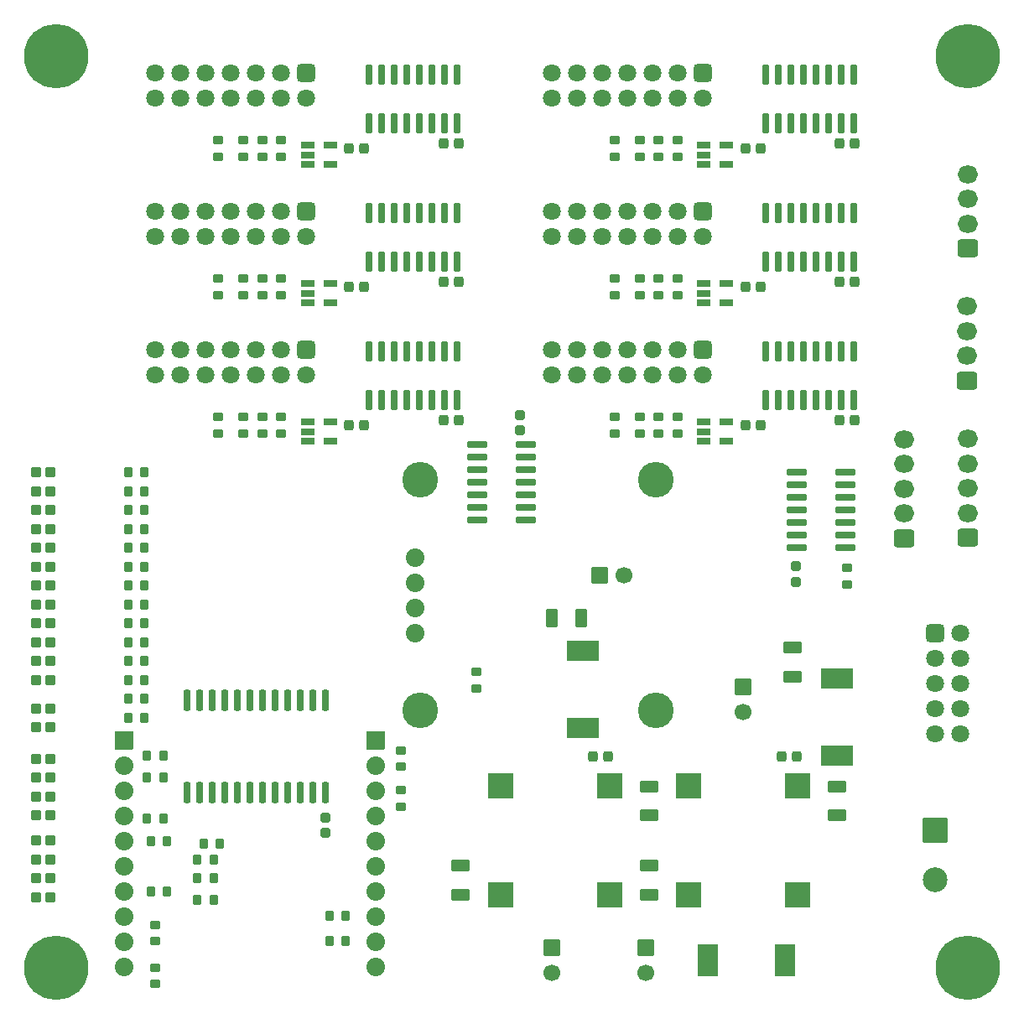
<source format=gbr>
%TF.GenerationSoftware,KiCad,Pcbnew,(7.0.0)*%
%TF.CreationDate,2023-03-12T03:04:05-07:00*%
%TF.ProjectId,EnergyMonitor - ESP PCB,456e6572-6779-44d6-9f6e-69746f72202d,rev?*%
%TF.SameCoordinates,Original*%
%TF.FileFunction,Soldermask,Top*%
%TF.FilePolarity,Negative*%
%FSLAX46Y46*%
G04 Gerber Fmt 4.6, Leading zero omitted, Abs format (unit mm)*
G04 Created by KiCad (PCBNEW (7.0.0)) date 2023-03-12 03:04:05*
%MOMM*%
%LPD*%
G01*
G04 APERTURE LIST*
G04 Aperture macros list*
%AMRoundRect*
0 Rectangle with rounded corners*
0 $1 Rounding radius*
0 $2 $3 $4 $5 $6 $7 $8 $9 X,Y pos of 4 corners*
0 Add a 4 corners polygon primitive as box body*
4,1,4,$2,$3,$4,$5,$6,$7,$8,$9,$2,$3,0*
0 Add four circle primitives for the rounded corners*
1,1,$1+$1,$2,$3*
1,1,$1+$1,$4,$5*
1,1,$1+$1,$6,$7*
1,1,$1+$1,$8,$9*
0 Add four rect primitives between the rounded corners*
20,1,$1+$1,$2,$3,$4,$5,0*
20,1,$1+$1,$4,$5,$6,$7,0*
20,1,$1+$1,$6,$7,$8,$9,0*
20,1,$1+$1,$8,$9,$2,$3,0*%
G04 Aperture macros list end*
%ADD10RoundRect,0.275000X-0.250000X0.225000X-0.250000X-0.225000X0.250000X-0.225000X0.250000X0.225000X0*%
%ADD11RoundRect,0.300000X-0.600000X-0.600000X0.600000X-0.600000X0.600000X0.600000X-0.600000X0.600000X0*%
%ADD12C,1.800000*%
%ADD13RoundRect,0.200000X-0.150000X0.875000X-0.150000X-0.875000X0.150000X-0.875000X0.150000X0.875000X0*%
%ADD14C,0.900000*%
%ADD15C,6.500000*%
%ADD16RoundRect,0.250000X0.275000X-0.200000X0.275000X0.200000X-0.275000X0.200000X-0.275000X-0.200000X0*%
%ADD17RoundRect,0.250000X-0.275000X0.200000X-0.275000X-0.200000X0.275000X-0.200000X0.275000X0.200000X0*%
%ADD18RoundRect,0.300000X0.650000X-0.325000X0.650000X0.325000X-0.650000X0.325000X-0.650000X-0.325000X0*%
%ADD19RoundRect,0.300000X-0.650000X0.325000X-0.650000X-0.325000X0.650000X-0.325000X0.650000X0.325000X0*%
%ADD20RoundRect,0.275000X0.225000X0.250000X-0.225000X0.250000X-0.225000X-0.250000X0.225000X-0.250000X0*%
%ADD21RoundRect,0.050000X1.250000X-1.250000X1.250000X1.250000X-1.250000X1.250000X-1.250000X-1.250000X0*%
%ADD22RoundRect,0.300000X-0.600000X0.600000X-0.600000X-0.600000X0.600000X-0.600000X0.600000X0.600000X0*%
%ADD23RoundRect,0.050000X-0.800000X0.800000X-0.800000X-0.800000X0.800000X-0.800000X0.800000X0.800000X0*%
%ADD24C,1.700000*%
%ADD25RoundRect,0.050000X-1.200000X1.200000X-1.200000X-1.200000X1.200000X-1.200000X1.200000X1.200000X0*%
%ADD26C,2.500000*%
%ADD27RoundRect,0.050000X1.000000X1.600000X-1.000000X1.600000X-1.000000X-1.600000X1.000000X-1.600000X0*%
%ADD28RoundRect,0.300000X0.325000X0.650000X-0.325000X0.650000X-0.325000X-0.650000X0.325000X-0.650000X0*%
%ADD29RoundRect,0.050000X1.600000X-1.000000X1.600000X1.000000X-1.600000X1.000000X-1.600000X-1.000000X0*%
%ADD30RoundRect,0.050000X-0.800000X-0.800000X0.800000X-0.800000X0.800000X0.800000X-0.800000X0.800000X0*%
%ADD31RoundRect,0.275000X0.250000X-0.225000X0.250000X0.225000X-0.250000X0.225000X-0.250000X-0.225000X0*%
%ADD32RoundRect,0.250000X0.200000X0.275000X-0.200000X0.275000X-0.200000X-0.275000X0.200000X-0.275000X0*%
%ADD33RoundRect,0.200000X-0.825000X-0.150000X0.825000X-0.150000X0.825000X0.150000X-0.825000X0.150000X0*%
%ADD34C,1.878000*%
%ADD35C,3.600000*%
%ADD36RoundRect,0.050000X0.889000X0.889000X-0.889000X0.889000X-0.889000X-0.889000X0.889000X-0.889000X0*%
%ADD37RoundRect,0.200000X0.825000X0.150000X-0.825000X0.150000X-0.825000X-0.150000X0.825000X-0.150000X0*%
%ADD38RoundRect,0.300000X0.725000X-0.600000X0.725000X0.600000X-0.725000X0.600000X-0.725000X-0.600000X0*%
%ADD39O,2.050000X1.800000*%
%ADD40RoundRect,0.101600X0.400000X-0.400000X0.400000X0.400000X-0.400000X0.400000X-0.400000X-0.400000X0*%
%ADD41RoundRect,0.101600X-0.400000X0.400000X-0.400000X-0.400000X0.400000X-0.400000X0.400000X0.400000X0*%
%ADD42RoundRect,0.200000X-0.150000X0.825000X-0.150000X-0.825000X0.150000X-0.825000X0.150000X0.825000X0*%
%ADD43RoundRect,0.200000X-0.512500X-0.150000X0.512500X-0.150000X0.512500X0.150000X-0.512500X0.150000X0*%
%ADD44RoundRect,0.275000X-0.225000X-0.250000X0.225000X-0.250000X0.225000X0.250000X-0.225000X0.250000X0*%
%ADD45RoundRect,0.250000X-0.200000X-0.275000X0.200000X-0.275000X0.200000X0.275000X-0.200000X0.275000X0*%
G04 APERTURE END LIST*
D10*
%TO.C,C1*%
X118653000Y-95509000D03*
X118653000Y-97059000D03*
%TD*%
D11*
%TO.C,J1*%
X132710000Y-102230000D03*
D12*
X135250000Y-102230000D03*
X132710000Y-104770000D03*
X135250000Y-104770000D03*
X132710000Y-107310000D03*
X135250000Y-107310000D03*
X132710000Y-109850000D03*
X135250000Y-109850000D03*
X132710000Y-112390000D03*
X135250000Y-112390000D03*
%TD*%
D13*
%TO.C,U4*%
X71115000Y-109010000D03*
X69845000Y-109010000D03*
X68575000Y-109010000D03*
X67305000Y-109010000D03*
X66035000Y-109010000D03*
X64765000Y-109010000D03*
X63495000Y-109010000D03*
X62225000Y-109010000D03*
X60955000Y-109010000D03*
X59685000Y-109010000D03*
X58415000Y-109010000D03*
X57145000Y-109010000D03*
X57145000Y-118310000D03*
X58415000Y-118310000D03*
X59685000Y-118310000D03*
X60955000Y-118310000D03*
X62225000Y-118310000D03*
X63495000Y-118310000D03*
X64765000Y-118310000D03*
X66035000Y-118310000D03*
X67305000Y-118310000D03*
X68575000Y-118310000D03*
X69845000Y-118310000D03*
X71115000Y-118310000D03*
%TD*%
D14*
%TO.C,H1*%
X41600000Y-44000000D03*
X42302944Y-42302944D03*
X42302944Y-45697056D03*
X44000000Y-41600000D03*
D15*
X44000000Y-44000000D03*
D14*
X44000000Y-46400000D03*
X45697056Y-42302944D03*
X45697056Y-45697056D03*
X46400000Y-44000000D03*
%TD*%
%TO.C,H2*%
X41600000Y-136000000D03*
X42302944Y-134302944D03*
X42302944Y-137697056D03*
X44000000Y-133600000D03*
D15*
X44000000Y-136000000D03*
D14*
X44000000Y-138400000D03*
X45697056Y-134302944D03*
X45697056Y-137697056D03*
X46400000Y-136000000D03*
%TD*%
%TO.C,H3*%
X133600000Y-44000000D03*
X134302944Y-42302944D03*
X134302944Y-45697056D03*
X136000000Y-41600000D03*
D15*
X136000000Y-44000000D03*
D14*
X136000000Y-46400000D03*
X137697056Y-42302944D03*
X137697056Y-45697056D03*
X138400000Y-44000000D03*
%TD*%
%TO.C,H4*%
X133600000Y-136000000D03*
X134302944Y-134302944D03*
X134302944Y-137697056D03*
X136000000Y-133600000D03*
D15*
X136000000Y-136000000D03*
D14*
X136000000Y-138400000D03*
X137697056Y-134302944D03*
X137697056Y-137697056D03*
X138400000Y-136000000D03*
%TD*%
D16*
%TO.C,R3*%
X86355000Y-107805000D03*
X86355000Y-106155000D03*
%TD*%
D17*
%TO.C,R1*%
X53970000Y-131695000D03*
X53970000Y-133345000D03*
%TD*%
D18*
%TO.C,C6*%
X84810000Y-128687500D03*
X84810000Y-125737500D03*
%TD*%
%TO.C,C7*%
X103810000Y-128687500D03*
X103810000Y-125737500D03*
%TD*%
D19*
%TO.C,C8*%
X103810000Y-117712500D03*
X103810000Y-120662500D03*
%TD*%
%TO.C,C9*%
X122810000Y-117712500D03*
X122810000Y-120662500D03*
%TD*%
D20*
%TO.C,C10*%
X99710000Y-114700000D03*
X98160000Y-114700000D03*
%TD*%
%TO.C,C11*%
X118710000Y-114700000D03*
X117160000Y-114700000D03*
%TD*%
D21*
%TO.C,U6*%
X107810000Y-128700000D03*
X107810000Y-117700000D03*
X118810000Y-117700000D03*
X118810000Y-128700000D03*
%TD*%
D22*
%TO.C,J3*%
X109215000Y-59685000D03*
D12*
X109215000Y-62225000D03*
X106675000Y-59685000D03*
X106675000Y-62225000D03*
X104135000Y-59685000D03*
X104135000Y-62225000D03*
X101595000Y-59685000D03*
X101595000Y-62225000D03*
X99055000Y-59685000D03*
X99055000Y-62225000D03*
X96515000Y-59685000D03*
X96515000Y-62225000D03*
X93975000Y-59685000D03*
X93975000Y-62225000D03*
%TD*%
D22*
%TO.C,J4*%
X109215000Y-73655000D03*
D12*
X109215000Y-76195000D03*
X106675000Y-73655000D03*
X106675000Y-76195000D03*
X104135000Y-73655000D03*
X104135000Y-76195000D03*
X101595000Y-73655000D03*
X101595000Y-76195000D03*
X99055000Y-73655000D03*
X99055000Y-76195000D03*
X96515000Y-73655000D03*
X96515000Y-76195000D03*
X93975000Y-73655000D03*
X93975000Y-76195000D03*
%TD*%
D22*
%TO.C,J7*%
X69210000Y-73655000D03*
D12*
X69210000Y-76195000D03*
X66670000Y-73655000D03*
X66670000Y-76195000D03*
X64130000Y-73655000D03*
X64130000Y-76195000D03*
X61590000Y-73655000D03*
X61590000Y-76195000D03*
X59050000Y-73655000D03*
X59050000Y-76195000D03*
X56510000Y-73655000D03*
X56510000Y-76195000D03*
X53970000Y-73655000D03*
X53970000Y-76195000D03*
%TD*%
D22*
%TO.C,J6*%
X69210000Y-59685000D03*
D12*
X69210000Y-62225000D03*
X66670000Y-59685000D03*
X66670000Y-62225000D03*
X64130000Y-59685000D03*
X64130000Y-62225000D03*
X61590000Y-59685000D03*
X61590000Y-62225000D03*
X59050000Y-59685000D03*
X59050000Y-62225000D03*
X56510000Y-59685000D03*
X56510000Y-62225000D03*
X53970000Y-59685000D03*
X53970000Y-62225000D03*
%TD*%
D22*
%TO.C,J5*%
X69210000Y-45715000D03*
D12*
X69210000Y-48255000D03*
X66670000Y-45715000D03*
X66670000Y-48255000D03*
X64130000Y-45715000D03*
X64130000Y-48255000D03*
X61590000Y-45715000D03*
X61590000Y-48255000D03*
X59050000Y-45715000D03*
X59050000Y-48255000D03*
X56510000Y-45715000D03*
X56510000Y-48255000D03*
X53970000Y-45715000D03*
X53970000Y-48255000D03*
%TD*%
D23*
%TO.C,C14*%
X93975000Y-134020000D03*
D24*
X93975000Y-136520000D03*
%TD*%
D25*
%TO.C,C4*%
X132710000Y-122131041D03*
D26*
X132710000Y-127131041D03*
%TD*%
D23*
%TO.C,C5*%
X103500000Y-134020000D03*
D24*
X103500000Y-136520000D03*
%TD*%
D27*
%TO.C,L1*%
X117560000Y-135250000D03*
X109760000Y-135250000D03*
%TD*%
D21*
%TO.C,U5*%
X88810000Y-128700000D03*
X88810000Y-117700000D03*
X99810000Y-117700000D03*
X99810000Y-128700000D03*
%TD*%
D28*
%TO.C,C12*%
X96974000Y-100706000D03*
X94024000Y-100706000D03*
%TD*%
D29*
%TO.C,L2*%
X97150000Y-111845000D03*
X97150000Y-104045000D03*
%TD*%
D30*
%TO.C,C15*%
X98782606Y-96388000D03*
D24*
X101282606Y-96388000D03*
%TD*%
D23*
%TO.C,C16*%
X113310000Y-107700000D03*
D24*
X113310000Y-110200000D03*
%TD*%
D29*
%TO.C,L3*%
X122810000Y-114600000D03*
X122810000Y-106800000D03*
%TD*%
D18*
%TO.C,C13*%
X118310000Y-106675000D03*
X118310000Y-103725000D03*
%TD*%
D22*
%TO.C,J2*%
X109215000Y-45715000D03*
D12*
X109215000Y-48255000D03*
X106675000Y-45715000D03*
X106675000Y-48255000D03*
X104135000Y-45715000D03*
X104135000Y-48255000D03*
X101595000Y-45715000D03*
X101595000Y-48255000D03*
X99055000Y-45715000D03*
X99055000Y-48255000D03*
X96515000Y-45715000D03*
X96515000Y-48255000D03*
X93975000Y-45715000D03*
X93975000Y-48255000D03*
%TD*%
D31*
%TO.C,C3*%
X90800000Y-81783000D03*
X90800000Y-80233000D03*
%TD*%
D10*
%TO.C,C2*%
X71130000Y-120885000D03*
X71130000Y-122435000D03*
%TD*%
D32*
%TO.C,R4*%
X55156250Y-123252750D03*
X53506250Y-123252750D03*
%TD*%
%TO.C,R5*%
X55156250Y-128332750D03*
X53506250Y-128332750D03*
%TD*%
D33*
%TO.C,U3*%
X86420000Y-83180000D03*
X86420000Y-84450000D03*
X86420000Y-85720000D03*
X86420000Y-86990000D03*
X86420000Y-88260000D03*
X86420000Y-89530000D03*
X86420000Y-90800000D03*
X91370000Y-90800000D03*
X91370000Y-89530000D03*
X91370000Y-88260000D03*
X91370000Y-86990000D03*
X91370000Y-85720000D03*
X91370000Y-84450000D03*
X91370000Y-83180000D03*
%TD*%
D34*
%TO.C,LCD1*%
X80205000Y-102230000D03*
X80205000Y-99690000D03*
X80205000Y-97150000D03*
X80205000Y-94610000D03*
D35*
X80705000Y-110070000D03*
X104505000Y-110070000D03*
X80705000Y-86770000D03*
X104505000Y-86770000D03*
%TD*%
D36*
%TO.C,U2*%
X50795000Y-113112500D03*
D34*
X50795000Y-115652500D03*
X50795000Y-118192500D03*
X50795000Y-120732500D03*
X50795000Y-123272500D03*
X50795000Y-125812500D03*
X50795000Y-128352500D03*
X50795000Y-130892500D03*
X50795000Y-133432500D03*
X50795000Y-135972500D03*
D36*
X76195000Y-113112500D03*
D34*
X76195000Y-115652500D03*
X76195000Y-118192500D03*
X76195000Y-120732500D03*
X76195000Y-123272500D03*
X76195000Y-125812500D03*
X76195000Y-128352500D03*
X76195000Y-130892500D03*
X76195000Y-133432500D03*
X76195000Y-135972500D03*
%TD*%
D37*
%TO.C,U1*%
X123628000Y-93594000D03*
X123628000Y-92324000D03*
X123628000Y-91054000D03*
X123628000Y-89784000D03*
X123628000Y-88514000D03*
X123628000Y-87244000D03*
X123628000Y-85974000D03*
X118678000Y-85974000D03*
X118678000Y-87244000D03*
X118678000Y-88514000D03*
X118678000Y-89784000D03*
X118678000Y-91054000D03*
X118678000Y-92324000D03*
X118678000Y-93594000D03*
%TD*%
D16*
%TO.C,R2*%
X123820000Y-97340000D03*
X123820000Y-95690000D03*
%TD*%
D38*
%TO.C,J8*%
X135885000Y-76750000D03*
D39*
X135884999Y-74249999D03*
X135884999Y-71749999D03*
X135884999Y-69249999D03*
%TD*%
D38*
%TO.C,J9*%
X135995000Y-63435000D03*
D39*
X135994999Y-60934999D03*
X135994999Y-58434999D03*
X135994999Y-55934999D03*
%TD*%
D17*
%TO.C,R6*%
X78735000Y-114105000D03*
X78735000Y-115755000D03*
%TD*%
D38*
%TO.C,J11*%
X129535000Y-92665000D03*
D39*
X129534999Y-90164999D03*
X129534999Y-87664999D03*
X129534999Y-85164999D03*
X129534999Y-82664999D03*
%TD*%
D38*
%TO.C,J12*%
X135995000Y-92625000D03*
D39*
X135994999Y-90124999D03*
X135994999Y-87624999D03*
X135994999Y-85124999D03*
X135994999Y-82624999D03*
%TD*%
D40*
%TO.C,D6*%
X41905000Y-123185000D03*
X43405000Y-123185000D03*
%TD*%
D32*
%TO.C,R28*%
X59875000Y-125090000D03*
X58225000Y-125090000D03*
%TD*%
D41*
%TO.C,D16*%
X43405000Y-106980000D03*
X41905000Y-106980000D03*
%TD*%
D42*
%TO.C,U15*%
X124455000Y-59815000D03*
X123185000Y-59815000D03*
X121915000Y-59815000D03*
X120645000Y-59815000D03*
X119375000Y-59815000D03*
X118105000Y-59815000D03*
X116835000Y-59815000D03*
X115565000Y-59815000D03*
X115565000Y-64765000D03*
X116835000Y-64765000D03*
X118105000Y-64765000D03*
X119375000Y-64765000D03*
X120645000Y-64765000D03*
X121915000Y-64765000D03*
X123185000Y-64765000D03*
X124455000Y-64765000D03*
%TD*%
D41*
%TO.C,D11*%
X43405000Y-97455000D03*
X41905000Y-97455000D03*
%TD*%
D42*
%TO.C,U7*%
X84450000Y-45845000D03*
X83180000Y-45845000D03*
X81910000Y-45845000D03*
X80640000Y-45845000D03*
X79370000Y-45845000D03*
X78100000Y-45845000D03*
X76830000Y-45845000D03*
X75560000Y-45845000D03*
X75560000Y-50795000D03*
X76830000Y-50795000D03*
X78100000Y-50795000D03*
X79370000Y-50795000D03*
X80640000Y-50795000D03*
X81910000Y-50795000D03*
X83180000Y-50795000D03*
X84450000Y-50795000D03*
%TD*%
D43*
%TO.C,U14*%
X109347500Y-53020000D03*
X109347500Y-53970000D03*
X109347500Y-54920000D03*
X111622500Y-54920000D03*
X111622500Y-53020000D03*
%TD*%
D16*
%TO.C,R17*%
X104770000Y-54160000D03*
X104770000Y-52510000D03*
%TD*%
D44*
%TO.C,C19*%
X73515000Y-67305000D03*
X75065000Y-67305000D03*
%TD*%
D32*
%TO.C,R27*%
X59875000Y-126995000D03*
X58225000Y-126995000D03*
%TD*%
D42*
%TO.C,U17*%
X124455000Y-73785000D03*
X123185000Y-73785000D03*
X121915000Y-73785000D03*
X120645000Y-73785000D03*
X119375000Y-73785000D03*
X118105000Y-73785000D03*
X116835000Y-73785000D03*
X115565000Y-73785000D03*
X115565000Y-78735000D03*
X116835000Y-78735000D03*
X118105000Y-78735000D03*
X119375000Y-78735000D03*
X120645000Y-78735000D03*
X121915000Y-78735000D03*
X123185000Y-78735000D03*
X124455000Y-78735000D03*
%TD*%
D45*
%TO.C,R42*%
X53145000Y-120950000D03*
X54795000Y-120950000D03*
%TD*%
%TO.C,R11*%
X51240000Y-101265000D03*
X52890000Y-101265000D03*
%TD*%
D41*
%TO.C,D20*%
X43405000Y-91740000D03*
X41905000Y-91740000D03*
%TD*%
D16*
%TO.C,R31*%
X64765000Y-82100000D03*
X64765000Y-80450000D03*
%TD*%
D17*
%TO.C,R53*%
X100325000Y-80450000D03*
X100325000Y-82100000D03*
%TD*%
%TO.C,R34*%
X62860000Y-80450000D03*
X62860000Y-82100000D03*
%TD*%
%TO.C,R50*%
X102865000Y-66480000D03*
X102865000Y-68130000D03*
%TD*%
D41*
%TO.C,D19*%
X43405000Y-89835000D03*
X41905000Y-89835000D03*
%TD*%
D45*
%TO.C,R10*%
X51240000Y-99360000D03*
X52890000Y-99360000D03*
%TD*%
D20*
%TO.C,C26*%
X124595000Y-80767000D03*
X123045000Y-80767000D03*
%TD*%
D43*
%TO.C,U10*%
X69342500Y-53020000D03*
X69342500Y-53970000D03*
X69342500Y-54920000D03*
X71617500Y-54920000D03*
X71617500Y-53020000D03*
%TD*%
D42*
%TO.C,U11*%
X84450000Y-73785000D03*
X83180000Y-73785000D03*
X81910000Y-73785000D03*
X80640000Y-73785000D03*
X79370000Y-73785000D03*
X78100000Y-73785000D03*
X76830000Y-73785000D03*
X75560000Y-73785000D03*
X75560000Y-78735000D03*
X76830000Y-78735000D03*
X78100000Y-78735000D03*
X79370000Y-78735000D03*
X80640000Y-78735000D03*
X81910000Y-78735000D03*
X83180000Y-78735000D03*
X84450000Y-78735000D03*
%TD*%
D41*
%TO.C,D9*%
X43405000Y-118740000D03*
X41905000Y-118740000D03*
%TD*%
D17*
%TO.C,R44*%
X62860000Y-52510000D03*
X62860000Y-54160000D03*
%TD*%
D41*
%TO.C,D10*%
X43405000Y-120645000D03*
X41905000Y-120645000D03*
%TD*%
D17*
%TO.C,R48*%
X102865000Y-52510000D03*
X102865000Y-54160000D03*
%TD*%
%TO.C,R15*%
X78735000Y-118105000D03*
X78735000Y-119755000D03*
%TD*%
D41*
%TO.C,D8*%
X43405000Y-116835000D03*
X41905000Y-116835000D03*
%TD*%
D45*
%TO.C,R55*%
X51240000Y-95550000D03*
X52890000Y-95550000D03*
%TD*%
D32*
%TO.C,R8*%
X52890000Y-108885000D03*
X51240000Y-108885000D03*
%TD*%
D17*
%TO.C,R29*%
X53970000Y-136000000D03*
X53970000Y-137650000D03*
%TD*%
%TO.C,R35*%
X60320000Y-80450000D03*
X60320000Y-82100000D03*
%TD*%
D41*
%TO.C,D18*%
X43405000Y-87930000D03*
X41905000Y-87930000D03*
%TD*%
D17*
%TO.C,R51*%
X100325000Y-66480000D03*
X100325000Y-68130000D03*
%TD*%
D40*
%TO.C,D5*%
X41905000Y-125090000D03*
X43405000Y-125090000D03*
%TD*%
D20*
%TO.C,C27*%
X84590000Y-66797000D03*
X83040000Y-66797000D03*
%TD*%
D45*
%TO.C,R40*%
X53145000Y-114600000D03*
X54795000Y-114600000D03*
%TD*%
%TO.C,R43*%
X58860000Y-123490000D03*
X60510000Y-123490000D03*
%TD*%
D32*
%TO.C,R7*%
X52890000Y-110790000D03*
X51240000Y-110790000D03*
%TD*%
D40*
%TO.C,D4*%
X41905000Y-126995000D03*
X43405000Y-126995000D03*
%TD*%
D16*
%TO.C,R21*%
X104770000Y-82100000D03*
X104770000Y-80450000D03*
%TD*%
D44*
%TO.C,C23*%
X113520000Y-81275000D03*
X115070000Y-81275000D03*
%TD*%
D17*
%TO.C,R47*%
X60320000Y-66480000D03*
X60320000Y-68130000D03*
%TD*%
D41*
%TO.C,D13*%
X43405000Y-101265000D03*
X41905000Y-101265000D03*
%TD*%
D42*
%TO.C,U9*%
X84450000Y-59815000D03*
X83180000Y-59815000D03*
X81910000Y-59815000D03*
X80640000Y-59815000D03*
X79370000Y-59815000D03*
X78100000Y-59815000D03*
X76830000Y-59815000D03*
X75560000Y-59815000D03*
X75560000Y-64765000D03*
X76830000Y-64765000D03*
X78100000Y-64765000D03*
X79370000Y-64765000D03*
X80640000Y-64765000D03*
X81910000Y-64765000D03*
X83180000Y-64765000D03*
X84450000Y-64765000D03*
%TD*%
D44*
%TO.C,C20*%
X73515000Y-81275000D03*
X75065000Y-81275000D03*
%TD*%
D45*
%TO.C,R33*%
X51240000Y-106980000D03*
X52890000Y-106980000D03*
%TD*%
D17*
%TO.C,R49*%
X100325000Y-52510000D03*
X100325000Y-54160000D03*
%TD*%
D16*
%TO.C,R16*%
X106675000Y-54160000D03*
X106675000Y-52510000D03*
%TD*%
D45*
%TO.C,R38*%
X51240000Y-89835000D03*
X52890000Y-89835000D03*
%TD*%
%TO.C,R12*%
X51240000Y-103170000D03*
X52890000Y-103170000D03*
%TD*%
D44*
%TO.C,C18*%
X73515000Y-53335000D03*
X75065000Y-53335000D03*
%TD*%
D17*
%TO.C,R46*%
X62860000Y-66480000D03*
X62860000Y-68130000D03*
%TD*%
D45*
%TO.C,R32*%
X51240000Y-105075000D03*
X52890000Y-105075000D03*
%TD*%
D32*
%TO.C,R26*%
X59875000Y-129205000D03*
X58225000Y-129205000D03*
%TD*%
D16*
%TO.C,R22*%
X66670000Y-54160000D03*
X66670000Y-52510000D03*
%TD*%
D45*
%TO.C,R54*%
X51240000Y-93645000D03*
X52890000Y-93645000D03*
%TD*%
D20*
%TO.C,C28*%
X84590000Y-80767000D03*
X83040000Y-80767000D03*
%TD*%
D45*
%TO.C,R39*%
X51240000Y-91740000D03*
X52890000Y-91740000D03*
%TD*%
D16*
%TO.C,R23*%
X64765000Y-54160000D03*
X64765000Y-52510000D03*
%TD*%
%TO.C,R24*%
X66670000Y-68130000D03*
X66670000Y-66480000D03*
%TD*%
D43*
%TO.C,U8*%
X69342500Y-80960000D03*
X69342500Y-81910000D03*
X69342500Y-82860000D03*
X71617500Y-82860000D03*
X71617500Y-80960000D03*
%TD*%
D40*
%TO.C,D2*%
X41905000Y-109850000D03*
X43405000Y-109850000D03*
%TD*%
D44*
%TO.C,C22*%
X113520000Y-67305000D03*
X115070000Y-67305000D03*
%TD*%
D45*
%TO.C,R9*%
X51240000Y-97455000D03*
X52890000Y-97455000D03*
%TD*%
D16*
%TO.C,R30*%
X66670000Y-82100000D03*
X66670000Y-80450000D03*
%TD*%
D20*
%TO.C,C17*%
X84590000Y-52827000D03*
X83040000Y-52827000D03*
%TD*%
D41*
%TO.C,D12*%
X43405000Y-99360000D03*
X41905000Y-99360000D03*
%TD*%
D17*
%TO.C,R45*%
X60320000Y-52510000D03*
X60320000Y-54160000D03*
%TD*%
D45*
%TO.C,R41*%
X53145000Y-116835000D03*
X54795000Y-116835000D03*
%TD*%
D43*
%TO.C,U12*%
X69342500Y-66990000D03*
X69342500Y-67940000D03*
X69342500Y-68890000D03*
X71617500Y-68890000D03*
X71617500Y-66990000D03*
%TD*%
D40*
%TO.C,D1*%
X41905000Y-111755000D03*
X43405000Y-111755000D03*
%TD*%
D16*
%TO.C,R20*%
X106675000Y-82100000D03*
X106675000Y-80450000D03*
%TD*%
%TO.C,R18*%
X106675000Y-68130000D03*
X106675000Y-66480000D03*
%TD*%
D41*
%TO.C,D7*%
X43405000Y-114930000D03*
X41905000Y-114930000D03*
%TD*%
D43*
%TO.C,U18*%
X109347500Y-80960000D03*
X109347500Y-81910000D03*
X109347500Y-82860000D03*
X111622500Y-82860000D03*
X111622500Y-80960000D03*
%TD*%
D41*
%TO.C,D14*%
X43405000Y-103170000D03*
X41905000Y-103170000D03*
%TD*%
%TO.C,D15*%
X43405000Y-105075000D03*
X41905000Y-105075000D03*
%TD*%
D17*
%TO.C,R52*%
X102865000Y-80450000D03*
X102865000Y-82100000D03*
%TD*%
D45*
%TO.C,R37*%
X51240000Y-87930000D03*
X52890000Y-87930000D03*
%TD*%
D16*
%TO.C,R19*%
X104770000Y-68130000D03*
X104770000Y-66480000D03*
%TD*%
D41*
%TO.C,D17*%
X43405000Y-86025000D03*
X41905000Y-86025000D03*
%TD*%
D44*
%TO.C,C21*%
X113520000Y-53335000D03*
X115070000Y-53335000D03*
%TD*%
D41*
%TO.C,D21*%
X43405000Y-93645000D03*
X41905000Y-93645000D03*
%TD*%
D32*
%TO.C,R13*%
X73210000Y-133345000D03*
X71560000Y-133345000D03*
%TD*%
%TO.C,R14*%
X73210000Y-130805000D03*
X71560000Y-130805000D03*
%TD*%
D42*
%TO.C,U13*%
X124455000Y-45845000D03*
X123185000Y-45845000D03*
X121915000Y-45845000D03*
X120645000Y-45845000D03*
X119375000Y-45845000D03*
X118105000Y-45845000D03*
X116835000Y-45845000D03*
X115565000Y-45845000D03*
X115565000Y-50795000D03*
X116835000Y-50795000D03*
X118105000Y-50795000D03*
X119375000Y-50795000D03*
X120645000Y-50795000D03*
X121915000Y-50795000D03*
X123185000Y-50795000D03*
X124455000Y-50795000D03*
%TD*%
D41*
%TO.C,D22*%
X43405000Y-95550000D03*
X41905000Y-95550000D03*
%TD*%
D40*
%TO.C,D3*%
X41905000Y-128900000D03*
X43405000Y-128900000D03*
%TD*%
D16*
%TO.C,R25*%
X64765000Y-68130000D03*
X64765000Y-66480000D03*
%TD*%
D45*
%TO.C,R36*%
X51240000Y-86025000D03*
X52890000Y-86025000D03*
%TD*%
D20*
%TO.C,C24*%
X124595000Y-52827000D03*
X123045000Y-52827000D03*
%TD*%
%TO.C,C25*%
X124595000Y-66797000D03*
X123045000Y-66797000D03*
%TD*%
D43*
%TO.C,U16*%
X109347500Y-66990000D03*
X109347500Y-67940000D03*
X109347500Y-68890000D03*
X111622500Y-68890000D03*
X111622500Y-66990000D03*
%TD*%
M02*

</source>
